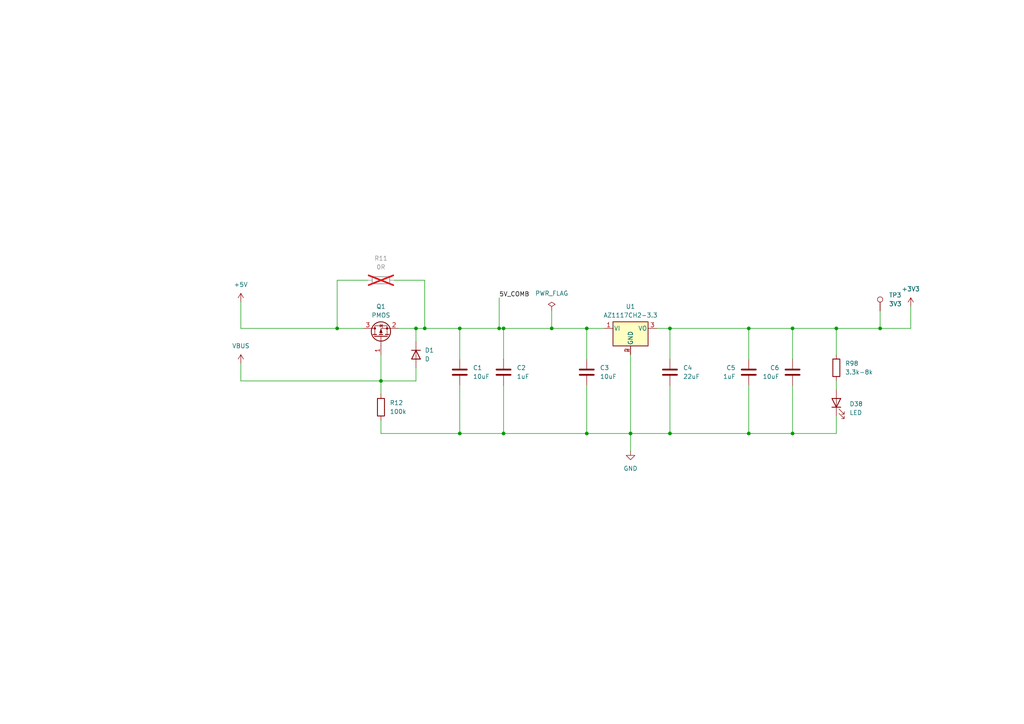
<source format=kicad_sch>
(kicad_sch (version 20230121) (generator eeschema)
  (paper "A4")
  (lib_symbols
    (symbol "AZ1117CH2:AZ1117CH2-3.3" (pin_names (offset 0.254))
      (property "Reference" "U" (at -3.81 3.175 0))
      (property "Value" "AZ1117CH2-3.3" (at 0 3.175 0))
      (symbol "AZ1117CH2-3.3_0_1"
        (rectangle (start -5.08 1.905) (end 5.08 -5.08) (stroke (width 0.254)) (fill (type background)))
      )
      (symbol "AZ1117CH2-3.3_1_1"
        (pin power_in line (at -7.62 0 0) (length 2.54) (name "VI") (number "1"))
        (pin power_in line (at 0 -7.62 90) (length 2.54) (name "GND") (number "2"))
        (pin power_out line (at 7.62 0 180) (length 2.54) (name "VO") (number "3"))
        (pin power_in line (at 0 -7.62 90) (length 2.54) (name "GND") (number "4"))
      )
    )
    (symbol "Connector:TestPoint" (pin_numbers hide) (pin_names (offset 0.762) hide)
      (property "Reference" "TP" (at 0 6.858 0))
      (property "Value" "TestPoint" (at 0 5.08 0))
      (symbol "TestPoint_0_1"
        (circle (center 0 3.302) (radius 0.762))
      )
      (symbol "TestPoint_1_1"
        (pin passive line (at 0 0 90) (length 2.54) (name "1") (number "1"))
      )
    )
    (symbol "Device:C" (pin_numbers hide) (pin_names (offset 0.254))
      (property "Reference" "C" (at 0.635 2.54 0))
      (property "Value" "C" (at 0.635 -2.54 0))
      (symbol "C_0_1"
        (polyline (pts (xy -2.032 -0.762) (xy 2.032 -0.762)) (stroke (width 0.508)))
        (polyline (pts (xy -2.032 0.762) (xy 2.032 0.762)) (stroke (width 0.508)))
      )
      (symbol "C_1_1"
        (pin passive line (at 0 3.81 270) (length 2.794) (name "~") (number "1"))
        (pin passive line (at 0 -3.81 90) (length 2.794) (name "~") (number "2"))
      )
    )
    (symbol "Device:D" (pin_numbers hide) (pin_names (offset 1.016) hide)
      (property "Reference" "D" (at 0 2.54 0))
      (property "Value" "D" (at 0 -2.54 0))
      (symbol "D_0_1"
        (polyline (pts (xy -1.27 1.27) (xy -1.27 -1.27)) (stroke (width 0.254)))
        (polyline (pts (xy 1.27 0) (xy -1.27 0)))
        (polyline (pts (xy 1.27 1.27) (xy 1.27 -1.27) (xy -1.27 0) (xy 1.27 1.27)) (stroke (width 0.254)))
      )
      (symbol "D_1_1"
        (pin passive line (at -3.81 0 0) (length 2.54) (name "K") (number "1"))
        (pin passive line (at 3.81 0 180) (length 2.54) (name "A") (number "2"))
      )
    )
    (symbol "Device:LED" (pin_numbers hide) (pin_names (offset 1.016) hide)
      (property "Reference" "D" (at 0 2.54 0))
      (property "Value" "LED" (at 0 -2.54 0))
      (symbol "LED_0_1"
        (polyline (pts (xy -1.27 -1.27) (xy -1.27 1.27)) (stroke (width 0.254)))
        (polyline (pts (xy -1.27 0) (xy 1.27 0)))
        (polyline (pts (xy 1.27 -1.27) (xy 1.27 1.27) (xy -1.27 0) (xy 1.27 -1.27)) (stroke (width 0.254)))
        (polyline (pts (xy -3.048 -0.762) (xy -4.572 -2.286) (xy -3.81 -2.286) (xy -4.572 -2.286) (xy -4.572 -1.524)))
        (polyline (pts (xy -1.778 -0.762) (xy -3.302 -2.286) (xy -2.54 -2.286) (xy -3.302 -2.286) (xy -3.302 -1.524)))
      )
      (symbol "LED_1_1"
        (pin passive line (at -3.81 0 0) (length 2.54) (name "K") (number "1"))
        (pin passive line (at 3.81 0 180) (length 2.54) (name "A") (number "2"))
      )
    )
    (symbol "Device:Q_PMOS_GSD" (pin_names (offset 0) hide)
      (property "Reference" "Q" (at 5.08 1.27 0))
      (property "Value" "Q_PMOS_GSD" (at 5.08 -1.27 0))
      (symbol "Q_PMOS_GSD_0_1"
        (polyline (pts (xy 0.254 0) (xy -2.54 0)))
        (polyline (pts (xy 0.254 1.905) (xy 0.254 -1.905)) (stroke (width 0.254)))
        (polyline (pts (xy 0.762 -1.27) (xy 0.762 -2.286)) (stroke (width 0.254)))
        (polyline (pts (xy 0.762 0.508) (xy 0.762 -0.508)) (stroke (width 0.254)))
        (polyline (pts (xy 0.762 2.286) (xy 0.762 1.27)) (stroke (width 0.254)))
        (polyline (pts (xy 2.54 2.54) (xy 2.54 1.778)))
        (polyline (pts (xy 2.54 -2.54) (xy 2.54 0) (xy 0.762 0)))
        (polyline (pts (xy 0.762 1.778) (xy 3.302 1.778) (xy 3.302 -1.778) (xy 0.762 -1.778)))
        (polyline (pts (xy 2.286 0) (xy 1.27 0.381) (xy 1.27 -0.381) (xy 2.286 0)) (fill (type outline)))
        (polyline (pts (xy 2.794 -0.508) (xy 2.921 -0.381) (xy 3.683 -0.381) (xy 3.81 -0.254)))
        (polyline (pts (xy 3.302 -0.381) (xy 2.921 0.254) (xy 3.683 0.254) (xy 3.302 -0.381)))
        (circle (center 1.651 0) (radius 2.794) (stroke (width 0.254)))
        (circle (center 2.54 -1.778) (radius 0.254) (fill (type outline)))
        (circle (center 2.54 1.778) (radius 0.254) (fill (type outline)))
      )
      (symbol "Q_PMOS_GSD_1_1"
        (pin input line (at -5.08 0 0) (length 2.54) (name "G") (number "1"))
        (pin passive line (at 2.54 -5.08 90) (length 2.54) (name "S") (number "2"))
        (pin passive line (at 2.54 5.08 270) (length 2.54) (name "D") (number "3"))
      )
    )
    (symbol "Device:R" (pin_numbers hide) (pin_names (offset 0))
      (property "Reference" "R" (at 2.032 0 90))
      (property "Value" "R" (at 0 0 90))
      (symbol "R_0_1"
        (rectangle (start -1.016 -2.54) (end 1.016 2.54) (stroke (width 0.254)))
      )
      (symbol "R_1_1"
        (pin passive line (at 0 3.81 270) (length 1.27) (name "~") (number "1"))
        (pin passive line (at 0 -3.81 90) (length 1.27) (name "~") (number "2"))
      )
    )
    (symbol "power:+3V3" (power) (pin_names (offset 0))
      (property "Value" "+3V3" (at 0 3.556 0))
      (symbol "+3V3_0_1"
        (polyline (pts (xy -0.762 1.27) (xy 0 2.54)))
        (polyline (pts (xy 0 0) (xy 0 2.54)))
        (polyline (pts (xy 0 2.54) (xy 0.762 1.27)))
      )
      (symbol "+3V3_1_1"
        (pin power_in line (at 0 0 90) (length 0) hide (name "+3V3") (number "1"))
      )
    )
    (symbol "power:+5V" (power) (pin_names (offset 0))
      (property "Value" "+5V" (at 0 3.556 0))
      (symbol "+5V_0_1"
        (polyline (pts (xy -0.762 1.27) (xy 0 2.54)))
        (polyline (pts (xy 0 0) (xy 0 2.54)))
        (polyline (pts (xy 0 2.54) (xy 0.762 1.27)))
      )
      (symbol "+5V_1_1"
        (pin power_in line (at 0 0 90) (length 0) hide (name "+5V") (number "1"))
      )
    )
    (symbol "power:GND" (power) (pin_names (offset 0))
      (property "Value" "GND" (at 0 -3.81 0))
      (symbol "GND_0_1"
        (polyline (pts (xy 0 0) (xy 0 -1.27) (xy 1.27 -1.27) (xy 0 -2.54) (xy -1.27 -1.27) (xy 0 -1.27)))
      )
      (symbol "GND_1_1"
        (pin power_in line (at 0 0 270) (length 0) hide (name "GND") (number "1"))
      )
    )
    (symbol "power:PWR_FLAG" (power) (pin_numbers hide) (pin_names (offset 0) hide)
      (property "Value" "PWR_FLAG" (at 0 3.81 0))
      (symbol "PWR_FLAG_0_0"
        (pin power_out line (at 0 0 90) (length 0) (name "pwr") (number "1"))
      )
      (symbol "PWR_FLAG_0_1"
        (polyline (pts (xy 0 0) (xy 0 1.27) (xy -1.016 1.905) (xy 0 2.54) (xy 1.016 1.905) (xy 0 1.27)))
      )
    )
    (symbol "power:VBUS" (power) (pin_names (offset 0))
      (property "Value" "VBUS" (at 0 3.81 0))
      (symbol "VBUS_0_1"
        (polyline (pts (xy -0.762 1.27) (xy 0 2.54)))
        (polyline (pts (xy 0 0) (xy 0 2.54)))
        (polyline (pts (xy 0 2.54) (xy 0.762 1.27)))
      )
      (symbol "VBUS_1_1"
        (pin power_in line (at 0 0 90) (length 0) hide (name "VBUS") (number "1"))
      )
    )
  )
  (junction (at 170.18 95.25))
  (junction (at 194.31 95.25))
  (junction (at 182.88 125.73))
  (junction (at 146.05 125.73))
  (junction (at 194.31 125.73))
  (junction (at 133.35 95.25))
  (junction (at 229.87 95.25))
  (junction (at 229.87 125.73))
  (junction (at 217.17 125.73))
  (junction (at 217.17 95.25))
  (junction (at 146.05 95.25))
  (junction (at 170.18 125.73))
  (junction (at 110.49 110.49))
  (junction (at 123.19 95.25))
  (junction (at 133.35 125.73))
  (junction (at 120.65 95.25))
  (junction (at 255.27 95.25))
  (junction (at 97.79 95.25))
  (junction (at 160.02 95.25))
  (junction (at 242.57 95.25))
  (junction (at 144.78 95.25))
  (wire (pts (xy 217.17 125.73) (xy 229.87 125.73)))
  (wire (pts (xy 144.78 86.36) (xy 144.78 95.25)))
  (wire (pts (xy 255.27 90.17) (xy 255.27 95.25)))
  (wire (pts (xy 194.31 111.76) (xy 194.31 125.73)))
  (wire (pts (xy 194.31 95.25) (xy 194.31 104.14)))
  (wire (pts (xy 242.57 95.25) (xy 255.27 95.25)))
  (wire (pts (xy 194.31 95.25) (xy 217.17 95.25)))
  (wire (pts (xy 97.79 95.25) (xy 105.41 95.25)))
  (wire (pts (xy 217.17 111.76) (xy 217.17 125.73)))
  (wire (pts (xy 146.05 125.73) (xy 170.18 125.73)))
  (wire (pts (xy 123.19 81.28) (xy 123.19 95.25)))
  (wire (pts (xy 114.3 81.28) (xy 123.19 81.28)))
  (wire (pts (xy 242.57 125.73) (xy 229.87 125.73)))
  (wire (pts (xy 255.27 95.25) (xy 264.16 95.25)))
  (wire (pts (xy 115.57 95.25) (xy 120.65 95.25)))
  (wire (pts (xy 146.05 95.25) (xy 146.05 104.14)))
  (wire (pts (xy 69.85 110.49) (xy 69.85 105.41)))
  (wire (pts (xy 146.05 111.76) (xy 146.05 125.73)))
  (wire (pts (xy 69.85 95.25) (xy 97.79 95.25)))
  (wire (pts (xy 160.02 90.17) (xy 160.02 95.25)))
  (wire (pts (xy 146.05 125.73) (xy 133.35 125.73)))
  (wire (pts (xy 229.87 95.25) (xy 229.87 104.14)))
  (wire (pts (xy 170.18 111.76) (xy 170.18 125.73)))
  (wire (pts (xy 110.49 110.49) (xy 110.49 114.3)))
  (wire (pts (xy 120.65 95.25) (xy 120.65 99.06)))
  (wire (pts (xy 133.35 111.76) (xy 133.35 125.73)))
  (wire (pts (xy 110.49 125.73) (xy 133.35 125.73)))
  (wire (pts (xy 97.79 81.28) (xy 106.68 81.28)))
  (wire (pts (xy 110.49 121.92) (xy 110.49 125.73)))
  (wire (pts (xy 194.31 125.73) (xy 217.17 125.73)))
  (wire (pts (xy 242.57 95.25) (xy 242.57 102.87)))
  (wire (pts (xy 97.79 95.25) (xy 97.79 81.28)))
  (wire (pts (xy 175.26 95.25) (xy 170.18 95.25)))
  (wire (pts (xy 182.88 125.73) (xy 182.88 130.81)))
  (wire (pts (xy 190.5 95.25) (xy 194.31 95.25)))
  (wire (pts (xy 146.05 95.25) (xy 144.78 95.25)))
  (wire (pts (xy 229.87 95.25) (xy 242.57 95.25)))
  (wire (pts (xy 217.17 95.25) (xy 229.87 95.25)))
  (wire (pts (xy 170.18 95.25) (xy 170.18 104.14)))
  (wire (pts (xy 133.35 95.25) (xy 144.78 95.25)))
  (wire (pts (xy 146.05 95.25) (xy 160.02 95.25)))
  (wire (pts (xy 120.65 95.25) (xy 123.19 95.25)))
  (wire (pts (xy 133.35 95.25) (xy 133.35 104.14)))
  (wire (pts (xy 242.57 110.49) (xy 242.57 113.03)))
  (wire (pts (xy 123.19 95.25) (xy 133.35 95.25)))
  (wire (pts (xy 120.65 106.68) (xy 120.65 110.49)))
  (wire (pts (xy 69.85 87.63) (xy 69.85 95.25)))
  (wire (pts (xy 110.49 110.49) (xy 69.85 110.49)))
  (wire (pts (xy 229.87 111.76) (xy 229.87 125.73)))
  (wire (pts (xy 264.16 88.9) (xy 264.16 95.25)))
  (wire (pts (xy 182.88 102.87) (xy 182.88 125.73)))
  (wire (pts (xy 217.17 95.25) (xy 217.17 104.14)))
  (wire (pts (xy 160.02 95.25) (xy 170.18 95.25)))
  (wire (pts (xy 194.31 125.73) (xy 182.88 125.73)))
  (wire (pts (xy 242.57 120.65) (xy 242.57 125.73)))
  (wire (pts (xy 110.49 102.87) (xy 110.49 110.49)))
  (wire (pts (xy 170.18 125.73) (xy 182.88 125.73)))
  (wire (pts (xy 120.65 110.49) (xy 110.49 110.49)))
  (label "5V_COMB" (at 144.78 86.36 0))
  (symbol (lib_id "power:PWR_FLAG") (at 160.02 90.17 0) (unit 1)
    (property "Reference" "#FLG02" (effects hide))
    (property "Value" "PWR_FLAG" (at 160.02 85.09 0))
    (instances (project "button-board" (path "" (reference "#FLG02") (unit 1)) (path "" (reference "#FLG04") (unit 1))))
  )
  (symbol (lib_id "power:GND") (at 182.88 130.81 0) (unit 1)
    (property "Reference" "#PWR010" (effects hide))
    (property "Value" "GND" (at 182.88 135.89 0))
  )
  (symbol (lib_id "Device:C") (at 229.87 107.95 0) (mirror y) (unit 1)
    (property "Reference" "C6" (at 226.06 106.68 0) (effects (justify left)))
    (property "Value" "10uF" (at 226.06 109.22 0) (effects (justify left)))
    (property "Footprint" "Capacitor_SMD:C_1206_3216Metric" (effects hide))
    (property "Link" "https://www.digikey.de/en/products/detail/samsung-electro-mechanics/CL31B106KOHNNWE/3888763" (effects hide))
    (property "MPN" "CL31B106KOHNNWE" (effects hide))
  )
  (symbol (lib_id "Device:C") (at 170.18 107.95 0) (unit 1)
    (property "Reference" "C3" (at 173.99 106.68 0) (effects (justify left)))
    (property "Value" "10uF" (at 173.99 109.22 0) (effects (justify left)))
    (property "Footprint" "Capacitor_SMD:C_1206_3216Metric" (effects hide))
    (property "Link" "https://www.digikey.de/en/products/detail/samsung-electro-mechanics/CL31B106KOHNNWE/3888763" (effects hide))
    (property "MPN" "CL31B106KOHNNWE" (effects hide))
  )
  (symbol (lib_id "AZ1117CH2:AZ1117CH2-3.3") (at 182.88 95.25 0) (unit 1)
    (property "Reference" "U1" (at 182.88 88.9 0))
    (property "Value" "AZ1117CH2-3.3" (at 182.88 91.44 0))
    (property "Footprint" "Package_TO_SOT_SMD:SOT-223" (effects hide))
    (property "Datasheet" "https://www.diodes.com/assets/Datasheets/AZ1117.pdf" (effects hide))
    (property "Link" "https://www.digikey.de/en/products/detail/diodes-incorporated/AZ1117CH2-3-3TRG1/7352815?s=N4IgTCBcDaIIIC0CMKDsBhAEmAtAZgDo8QBdAXyA" (effects hide))
    (property "MPN" "AZ1117CH2-3.3TRG1" (effects hide))
  )
  (symbol (lib_id "Device:C") (at 146.05 107.95 0) (unit 1)
    (property "Reference" "C2" (at 149.86 106.68 0) (effects (justify left)))
    (property "Value" "1uF" (at 149.86 109.22 0) (effects (justify left)))
    (property "Footprint" "Capacitor_SMD:C_0603_1608Metric" (effects hide))
    (property "Link" "https://www.digikey.de/en/products/detail/samsung-electro-mechanics/CL10A105KA8NNNC/3886760" (effects hide))
    (property "MPN" "CL10A105KA8NNNC" (effects hide))
  )
  (symbol (lib_id "Connector:TestPoint") (at 255.27 90.17 0) (unit 1)
    (property "Reference" "TP3" (at 257.81 85.598 0) (effects (justify left)))
    (property "Value" "3V3" (at 257.81 88.138 0) (effects (justify left)))
    (property "Footprint" "TestPoint:TestPoint_Pad_D1.0mm" (effects hide))
  )
  (symbol (lib_id "Device:R") (at 242.57 106.68 0) (unit 1)
    (property "Reference" "R98" (at 245.11 105.41 0) (effects (justify left)))
    (property "Value" "3.3k-8k" (at 245.11 107.95 0) (effects (justify left)))
    (property "Footprint" "Resistor_SMD:R_0603_1608Metric" (effects hide))
    (property "Link" "https://www.digikey.de/en/products/detail/yageo/RC0603JR-076K8L/726813" (effects hide))
    (property "MPN" "RC0603JR-076K8L" (effects hide))
    (instances (project "button-board" (path "" (reference "R98") (unit 1)) (path "" (reference "R13") (unit 1))))
  )
  (symbol (lib_id "Device:C") (at 133.35 107.95 0) (unit 1)
    (property "Reference" "C1" (at 137.16 106.68 0) (effects (justify left)))
    (property "Value" "10uF" (at 137.16 109.22 0) (effects (justify left)))
    (property "Footprint" "Capacitor_SMD:C_1206_3216Metric" (effects hide))
    (property "Link" "https://www.digikey.de/en/products/detail/samsung-electro-mechanics/CL31B106KOHNNWE/3888763" (effects hide))
    (property "MPN" "CL31B106KOHNNWE" (effects hide))
  )
  (symbol (lib_id "Device:Q_PMOS_GSD") (at 110.49 97.79 90) (unit 1)
    (property "Reference" "Q1" (at 110.49 88.9 90))
    (property "Value" "PMOS" (at 110.49 91.44 90))
    (property "Footprint" "Package_TO_SOT_SMD:SOT-23" (effects hide))
    (property "MPN" "GSF2301" (effects hide))
    (property "Link" "https://www.digikey.de/en/products/detail/good-ark-semiconductor/GSF2301/18667474" (effects hide))
  )
  (symbol (lib_id "Device:R") (at 110.49 81.28 90) (unit 1) (in_bom no) (dnp yes)
    (property "Reference" "R11" (at 110.49 74.93 90))
    (property "Value" "0R" (at 110.49 77.47 90))
    (property "Footprint" "Resistor_SMD:R_0603_1608Metric" (effects hide))
  )
  (symbol (lib_id "Device:D") (at 120.65 102.87 270) (unit 1)
    (property "Reference" "D1" (at 123.19 101.6 90) (effects (justify left)))
    (property "Value" "D" (at 123.19 104.14 90) (effects (justify left)))
    (property "Footprint" "Diode_SMD:D_SOD-123F" (effects hide))
    (property "Link" "https://www.digikey.de/en/products/detail/good-ark-semiconductor/FS24/18667767" (effects hide))
    (property "MPN" "FS24" (effects hide))
  )
  (symbol (lib_id "power:VBUS") (at 69.85 105.41 0) (unit 1)
    (property "Reference" "#PWR09" (effects hide))
    (property "Value" "VBUS" (at 69.85 100.33 0))
  )
  (symbol (lib_id "Device:R") (at 110.49 118.11 0) (unit 1)
    (property "Reference" "R12" (at 113.03 116.84 0) (effects (justify left)))
    (property "Value" "100k" (at 113.03 119.38 0) (effects (justify left)))
    (property "Footprint" "Resistor_SMD:R_0603_1608Metric" (effects hide))
    (property "Link" "https://www.digikey.de/en/products/detail/yageo/RC0603FR-0747KL/727253" (effects hide))
    (property "MPN" "RC0603FR-0747KL" (effects hide))
  )
  (symbol (lib_id "Device:LED") (at 242.57 116.84 90) (unit 1)
    (property "Reference" "D38" (at 246.38 117.1575 90) (effects (justify right)))
    (property "Value" "LED" (at 246.38 119.6975 90) (effects (justify right)))
    (property "Footprint" "Diode_SMD:D_0805_2012Metric" (effects hide))
    (instances (project "button-board" (path "" (reference "D38") (unit 1)) (path "" (reference "D2") (unit 1))))
  )
  (symbol (lib_id "power:+3V3") (at 264.16 88.9 0) (unit 1)
    (property "Reference" "#PWR011" (effects hide))
    (property "Value" "+3V3" (at 264.16 83.82 0))
  )
  (symbol (lib_id "Device:C") (at 217.17 107.95 0) (mirror y) (unit 1)
    (property "Reference" "C5" (at 213.36 106.68 0) (effects (justify left)))
    (property "Value" "1uF" (at 213.36 109.22 0) (effects (justify left)))
    (property "Footprint" "Capacitor_SMD:C_0603_1608Metric" (effects hide))
    (property "Link" "https://www.digikey.de/en/products/detail/samsung-electro-mechanics/CL10A105KA8NNNC/3886760" (effects hide))
    (property "MPN" "CL10A105KA8NNNC" (effects hide))
  )
  (symbol (lib_id "Device:C") (at 194.31 107.95 0) (unit 1)
    (property "Reference" "C4" (at 198.12 106.68 0) (effects (justify left)))
    (property "Value" "22uF" (at 198.12 109.22 0) (effects (justify left)))
    (property "Footprint" "Capacitor_SMD:C_1206_3216Metric" (effects hide))
    (property "Link" "https://www.digikey.de/en/products/detail/samsung-electro-mechanics/CL31A226MOCLNNC/3888386" (effects hide))
    (property "MPN" "CL31A226MOCLNNC" (effects hide))
  )
  (symbol (lib_id "power:+5V") (at 69.85 87.63 0) (unit 1)
    (property "Reference" "#PWR08" (effects hide))
    (property "Value" "+5V" (at 69.85 82.55 0))
  )
)
</source>
